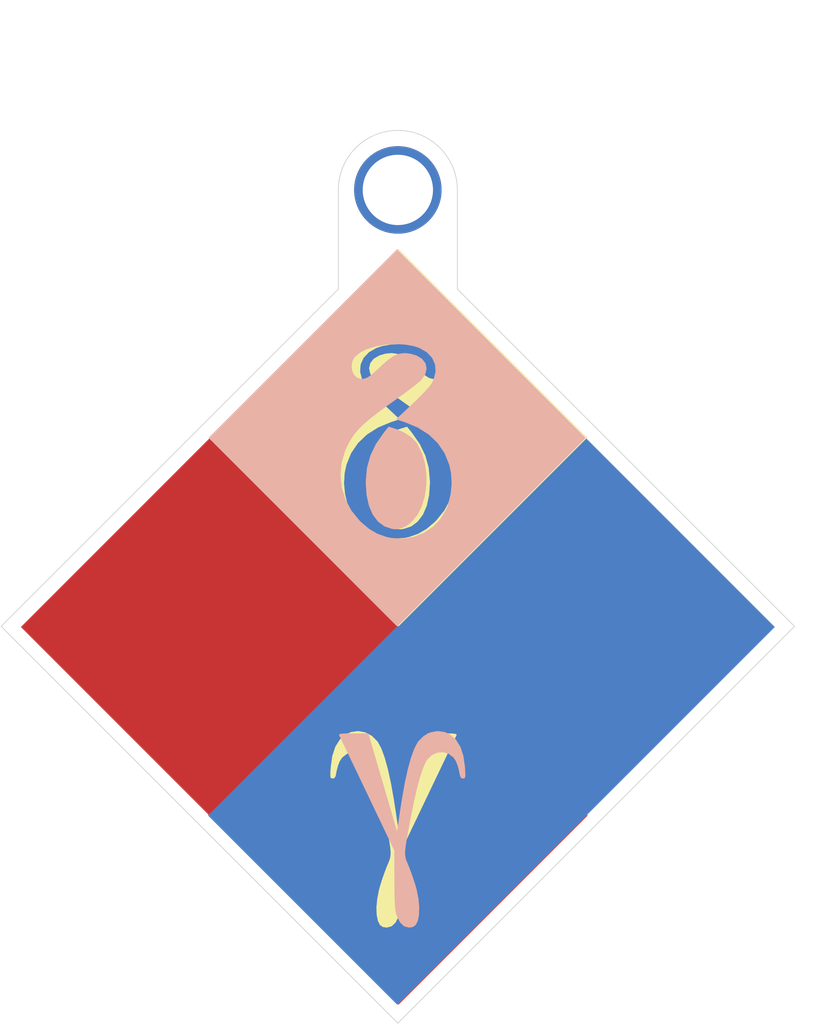
<source format=kicad_pcb>
(kicad_pcb (version 20171130) (host pcbnew "(5.1.5)-3")

  (general
    (thickness 1.6)
    (drawings 10)
    (tracks 0)
    (zones 0)
    (modules 7)
    (nets 1)
  )

  (page A4)
  (title_block
    (title "Diamond Keychain")
    (date 2019-12-18)
    (rev A)
    (company "Blacker Hovse Electrical Engineering")
    (comment 1 "BS EE 2020")
    (comment 2 "Ray Sun")
  )

  (layers
    (0 F.Cu signal)
    (31 B.Cu signal)
    (32 B.Adhes user hide)
    (33 F.Adhes user hide)
    (34 B.Paste user hide)
    (35 F.Paste user hide)
    (36 B.SilkS user)
    (37 F.SilkS user)
    (38 B.Mask user)
    (39 F.Mask user)
    (40 Dwgs.User user)
    (41 Cmts.User user)
    (42 Eco1.User user)
    (43 Eco2.User user)
    (44 Edge.Cuts user)
    (45 Margin user)
    (46 B.CrtYd user)
    (47 F.CrtYd user)
    (48 B.Fab user)
    (49 F.Fab user)
  )

  (setup
    (last_trace_width 0.25)
    (trace_clearance 0.2)
    (zone_clearance 0.508)
    (zone_45_only no)
    (trace_min 0.2)
    (via_size 0.8)
    (via_drill 0.4)
    (via_min_size 0.4)
    (via_min_drill 0.3)
    (uvia_size 0.3)
    (uvia_drill 0.1)
    (uvias_allowed no)
    (uvia_min_size 0.2)
    (uvia_min_drill 0.1)
    (edge_width 0.05)
    (segment_width 0.2)
    (pcb_text_width 0.3)
    (pcb_text_size 1.5 1.5)
    (mod_edge_width 0.12)
    (mod_text_size 1 1)
    (mod_text_width 0.15)
    (pad_size 5.6 5.6)
    (pad_drill 4.5)
    (pad_to_mask_clearance 0.051)
    (solder_mask_min_width 0.25)
    (aux_axis_origin 0 0)
    (visible_elements 7FFFFFFF)
    (pcbplotparams
      (layerselection 0x010f0_ffffffff)
      (usegerberextensions false)
      (usegerberattributes false)
      (usegerberadvancedattributes false)
      (creategerberjobfile false)
      (excludeedgelayer true)
      (linewidth 0.100000)
      (plotframeref false)
      (viasonmask false)
      (mode 1)
      (useauxorigin false)
      (hpglpennumber 1)
      (hpglpenspeed 20)
      (hpglpendiameter 15.000000)
      (psnegative false)
      (psa4output false)
      (plotreference true)
      (plotvalue true)
      (plotinvisibletext false)
      (padsonsilk false)
      (subtractmaskfromsilk false)
      (outputformat 1)
      (mirror false)
      (drillshape 0)
      (scaleselection 1)
      (outputdirectory "gerber/"))
  )

  (net 0 "")

  (net_class Default "This is the default net class."
    (clearance 0.2)
    (trace_width 0.25)
    (via_dia 0.8)
    (via_drill 0.4)
    (uvia_dia 0.3)
    (uvia_drill 0.1)
  )

  (module crest:blacker_diamond_300_cu (layer B.Cu) (tedit 0) (tstamp 5DFB0AC8)
    (at 0 -25.4 180)
    (fp_text reference G*** (at 0 0) (layer B.SilkS) hide
      (effects (font (size 1.524 1.524) (thickness 0.3)) (justify mirror))
    )
    (fp_text value LOGO (at 0.75 0) (layer B.SilkS) hide
      (effects (font (size 1.524 1.524) (thickness 0.3)) (justify mirror))
    )
    (fp_poly (pts (xy 6.074926 18.097409) (xy 12.107187 12.064706) (xy 0.042629 0.000148) (xy 6.096 -6.053666)
      (xy 12.14937 -12.107481) (xy 0.042148 -24.214703) (xy -24.13 -0.042111) (xy -12.043668 12.044)
      (xy 0.042665 24.130111) (xy 6.074926 18.097409)) (layer B.Cu) (width 0.01))
  )

  (module crest:blacker_diamond_300_cu (layer F.Cu) (tedit 0) (tstamp 5DFB0AB7)
    (at 0 -25.4)
    (fp_text reference G*** (at 0 0) (layer F.SilkS) hide
      (effects (font (size 1.524 1.524) (thickness 0.3)))
    )
    (fp_text value LOGO (at 0.75 0) (layer F.SilkS) hide
      (effects (font (size 1.524 1.524) (thickness 0.3)))
    )
    (fp_poly (pts (xy 6.074926 -18.097409) (xy 12.107187 -12.064706) (xy 0.042629 -0.000148) (xy 6.096 6.053666)
      (xy 12.14937 12.107481) (xy 0.042148 24.214703) (xy -24.13 0.042111) (xy -12.043668 -12.044)
      (xy 0.042665 -24.130111) (xy 6.074926 -18.097409)) (layer F.Cu) (width 0.01))
  )

  (module crest:blacker_diamond_300_silk (layer B.Cu) (tedit 0) (tstamp 5DFB0A76)
    (at 0 -25.4 180)
    (fp_text reference G*** (at 0 0) (layer B.SilkS) hide
      (effects (font (size 1.524 1.524) (thickness 0.3)) (justify mirror))
    )
    (fp_text value LOGO (at 0.75 0) (layer B.SilkS) hide
      (effects (font (size 1.524 1.524) (thickness 0.3)) (justify mirror))
    )
    (fp_poly (pts (xy 0.876006 12.420217) (xy 1.395841 11.679959) (xy 1.75789 10.930135) (xy 1.972609 10.141974)
      (xy 2.05045 9.286704) (xy 2.051104 9.186334) (xy 1.998861 8.400674) (xy 1.84783 7.71999)
      (xy 1.603573 7.154072) (xy 1.271647 6.712711) (xy 0.857613 6.405695) (xy 0.381 6.245195)
      (xy 0.172795 6.220963) (xy 0.042333 6.225697) (xy -0.097638 6.261153) (xy -0.280171 6.30313)
      (xy -0.474396 6.389508) (xy -0.720096 6.55549) (xy -0.882538 6.69175) (xy -1.253709 7.141777)
      (xy -1.534993 7.70454) (xy -1.724812 8.348296) (xy -1.821589 9.041299) (xy -1.823747 9.751804)
      (xy -1.72971 10.448066) (xy -1.5379 11.098341) (xy -1.246739 11.670882) (xy -1.137591 11.825618)
      (xy -0.841098 12.116796) (xy -0.430617 12.387574) (xy 0.039055 12.603976) (xy 0.210626 12.661591)
      (xy 0.588896 12.775433) (xy 0.876006 12.420217)) (layer B.SilkS) (width 0.01))
    (fp_poly (pts (xy 6.075055 18.09728) (xy 12.107334 12.064558) (xy 6.074612 6.032278) (xy 0.04189 -0.000001)
      (xy -5.990389 6.032721) (xy -9.112987 9.155548) (xy -3.449315 9.155548) (xy -3.381795 8.453765)
      (xy -3.216986 7.78876) (xy -3.096432 7.482531) (xy -2.725983 6.866014) (xy -2.241463 6.360702)
      (xy -1.664574 5.976614) (xy -1.01702 5.723768) (xy -0.320505 5.612184) (xy 0.403267 5.65188)
      (xy 0.723044 5.719403) (xy 1.303198 5.922054) (xy 1.826016 6.223727) (xy 2.337945 6.652705)
      (xy 2.469309 6.782789) (xy 2.984139 7.420449) (xy 3.359554 8.130796) (xy 3.591325 8.890334)
      (xy 3.675222 9.67557) (xy 3.607016 10.46301) (xy 3.382478 11.22916) (xy 3.302607 11.412081)
      (xy 3.128056 11.763319) (xy 2.943312 12.078717) (xy 2.731775 12.374404) (xy 2.476849 12.666506)
      (xy 2.161934 12.971149) (xy 1.770435 13.30446) (xy 1.285752 13.682566) (xy 0.691288 14.121594)
      (xy 0.016238 14.60518) (xy -0.41271 14.915249) (xy -0.809408 15.212347) (xy -1.146447 15.475146)
      (xy -1.396414 15.682321) (xy -1.524753 15.804126) (xy -1.76193 16.169713) (xy -1.83807 16.524418)
      (xy -1.761303 16.849923) (xy -1.539763 17.127915) (xy -1.181582 17.340078) (xy -0.793177 17.451792)
      (xy -0.409667 17.491315) (xy -0.064795 17.445814) (xy 0.27499 17.301216) (xy 0.64324 17.04345)
      (xy 1.05405 16.677071) (xy 1.420451 16.334361) (xy 1.697508 16.096694) (xy 1.912271 15.946122)
      (xy 2.091787 15.864697) (xy 2.263106 15.834472) (xy 2.326615 15.832667) (xy 2.600208 15.906041)
      (xy 2.806004 16.100015) (xy 2.932165 16.375367) (xy 2.96685 16.692876) (xy 2.898217 17.013321)
      (xy 2.755205 17.252354) (xy 2.425154 17.530468) (xy 1.967124 17.756696) (xy 1.415787 17.926246)
      (xy 0.805817 18.034327) (xy 0.171887 18.076147) (xy -0.45133 18.046915) (xy -1.02916 17.941838)
      (xy -1.380324 17.823845) (xy -1.859654 17.548169) (xy -2.196732 17.191146) (xy -2.385588 16.770293)
      (xy -2.420252 16.303127) (xy -2.294755 15.807165) (xy -2.159927 15.536334) (xy -2.030616 15.363142)
      (xy -1.801979 15.104464) (xy -1.500387 14.788281) (xy -1.152206 14.442574) (xy -0.926897 14.227924)
      (xy 0.108005 13.25818) (xy -0.432831 13.081768) (xy -1.270861 12.734697) (xy -1.979658 12.284333)
      (xy -2.55534 11.734928) (xy -2.994026 11.090732) (xy -3.291834 10.355998) (xy -3.409737 9.820915)
      (xy -3.449315 9.155548) (xy -9.112987 9.155548) (xy -12.022669 12.065443) (xy -5.989947 18.097723)
      (xy 0.042775 24.130001) (xy 6.075055 18.09728)) (layer B.SilkS) (width 0.01))
    (fp_poly (pts (xy -2.087821 -6.791062) (xy -1.665422 -7.013837) (xy -1.315886 -7.360895) (xy -1.278858 -7.412759)
      (xy -1.059645 -7.82184) (xy -0.847068 -8.399147) (xy -0.64138 -9.143693) (xy -0.442834 -10.054492)
      (xy -0.251683 -11.130557) (xy -0.142128 -11.844934) (xy 0.047733 -13.148869) (xy 0.969923 -10.003434)
      (xy 1.892113 -6.858) (xy 2.854035 -6.858) (xy 3.267845 -6.859872) (xy 3.538385 -6.868404)
      (xy 3.691704 -6.887964) (xy 3.75385 -6.922923) (xy 3.750873 -6.977651) (xy 3.737223 -7.006166)
      (xy 3.685659 -7.110764) (xy 3.568736 -7.352458) (xy 3.394004 -7.715508) (xy 3.169013 -8.184177)
      (xy 2.901311 -8.742726) (xy 2.598447 -9.375415) (xy 2.267972 -10.066507) (xy 1.940162 -10.752666)
      (xy 0.221834 -14.351) (xy 0.214654 -16.256) (xy 0.210496 -16.897428) (xy 0.20229 -17.394711)
      (xy 0.188278 -17.773021) (xy 0.166699 -18.057529) (xy 0.135796 -18.273409) (xy 0.093808 -18.445832)
      (xy 0.053391 -18.563324) (xy -0.150391 -18.959794) (xy -0.400431 -19.196413) (xy -0.704014 -19.278113)
      (xy -0.953651 -19.245415) (xy -1.143717 -19.112526) (xy -1.277002 -18.843513) (xy -1.351765 -18.462389)
      (xy -1.366263 -17.993167) (xy -1.318757 -17.459862) (xy -1.207504 -16.886488) (xy -1.142362 -16.642989)
      (xy -1.007109 -16.211398) (xy -0.846964 -15.751728) (xy -0.69281 -15.351869) (xy -0.667506 -15.291683)
      (xy -0.584977 -15.098205) (xy -0.521939 -14.932324) (xy -0.47967 -14.772218) (xy -0.459451 -14.596065)
      (xy -0.462561 -14.382041) (xy -0.490278 -14.108325) (xy -0.543883 -13.753094) (xy -0.624654 -13.294526)
      (xy -0.733872 -12.710798) (xy -0.856671 -12.065) (xy -1.049688 -11.114451) (xy -1.242668 -10.289437)
      (xy -1.432817 -9.599667) (xy -1.617341 -9.05485) (xy -1.793445 -8.664695) (xy -1.871417 -8.539045)
      (xy -2.169171 -8.243445) (xy -2.521892 -8.081346) (xy -2.893911 -8.05121) (xy -3.249558 -8.1515)
      (xy -3.553164 -8.380678) (xy -3.716439 -8.618565) (xy -3.83268 -8.910634) (xy -3.922647 -9.246931)
      (xy -3.93855 -9.336487) (xy -3.98955 -9.58592) (xy -4.059761 -9.706) (xy -4.170215 -9.736666)
      (xy -4.253671 -9.725845) (xy -4.301058 -9.670924) (xy -4.318463 -9.538214) (xy -4.311974 -9.294027)
      (xy -4.296438 -9.038166) (xy -4.195214 -8.302345) (xy -3.996584 -7.701408) (xy -3.701478 -7.236985)
      (xy -3.310826 -6.910707) (xy -3.004244 -6.772863) (xy -2.546342 -6.706195) (xy -2.087821 -6.791062)) (layer B.SilkS) (width 0.01))
  )

  (module crest:blacker_diamond_300_silk (layer F.Cu) (tedit 0) (tstamp 5DFB0A5D)
    (at 0 -25.4)
    (fp_text reference G*** (at 0 0) (layer F.SilkS) hide
      (effects (font (size 1.524 1.524) (thickness 0.3)))
    )
    (fp_text value LOGO (at 0.75 0) (layer F.SilkS) hide
      (effects (font (size 1.524 1.524) (thickness 0.3)))
    )
    (fp_poly (pts (xy 0.876006 -12.420217) (xy 1.395841 -11.679959) (xy 1.75789 -10.930135) (xy 1.972609 -10.141974)
      (xy 2.05045 -9.286704) (xy 2.051104 -9.186334) (xy 1.998861 -8.400674) (xy 1.84783 -7.71999)
      (xy 1.603573 -7.154072) (xy 1.271647 -6.712711) (xy 0.857613 -6.405695) (xy 0.381 -6.245195)
      (xy 0.172795 -6.220963) (xy 0.042333 -6.225697) (xy -0.097638 -6.261153) (xy -0.280171 -6.30313)
      (xy -0.474396 -6.389508) (xy -0.720096 -6.55549) (xy -0.882538 -6.69175) (xy -1.253709 -7.141777)
      (xy -1.534993 -7.70454) (xy -1.724812 -8.348296) (xy -1.821589 -9.041299) (xy -1.823747 -9.751804)
      (xy -1.72971 -10.448066) (xy -1.5379 -11.098341) (xy -1.246739 -11.670882) (xy -1.137591 -11.825618)
      (xy -0.841098 -12.116796) (xy -0.430617 -12.387574) (xy 0.039055 -12.603976) (xy 0.210626 -12.661591)
      (xy 0.588896 -12.775433) (xy 0.876006 -12.420217)) (layer F.SilkS) (width 0.01))
    (fp_poly (pts (xy 6.075055 -18.09728) (xy 12.107334 -12.064558) (xy 6.074612 -6.032278) (xy 0.04189 0.000001)
      (xy -5.990389 -6.032721) (xy -9.112987 -9.155548) (xy -3.449315 -9.155548) (xy -3.381795 -8.453765)
      (xy -3.216986 -7.78876) (xy -3.096432 -7.482531) (xy -2.725983 -6.866014) (xy -2.241463 -6.360702)
      (xy -1.664574 -5.976614) (xy -1.01702 -5.723768) (xy -0.320505 -5.612184) (xy 0.403267 -5.65188)
      (xy 0.723044 -5.719403) (xy 1.303198 -5.922054) (xy 1.826016 -6.223727) (xy 2.337945 -6.652705)
      (xy 2.469309 -6.782789) (xy 2.984139 -7.420449) (xy 3.359554 -8.130796) (xy 3.591325 -8.890334)
      (xy 3.675222 -9.67557) (xy 3.607016 -10.46301) (xy 3.382478 -11.22916) (xy 3.302607 -11.412081)
      (xy 3.128056 -11.763319) (xy 2.943312 -12.078717) (xy 2.731775 -12.374404) (xy 2.476849 -12.666506)
      (xy 2.161934 -12.971149) (xy 1.770435 -13.30446) (xy 1.285752 -13.682566) (xy 0.691288 -14.121594)
      (xy 0.016238 -14.60518) (xy -0.41271 -14.915249) (xy -0.809408 -15.212347) (xy -1.146447 -15.475146)
      (xy -1.396414 -15.682321) (xy -1.524753 -15.804126) (xy -1.76193 -16.169713) (xy -1.83807 -16.524418)
      (xy -1.761303 -16.849923) (xy -1.539763 -17.127915) (xy -1.181582 -17.340078) (xy -0.793177 -17.451792)
      (xy -0.409667 -17.491315) (xy -0.064795 -17.445814) (xy 0.27499 -17.301216) (xy 0.64324 -17.04345)
      (xy 1.05405 -16.677071) (xy 1.420451 -16.334361) (xy 1.697508 -16.096694) (xy 1.912271 -15.946122)
      (xy 2.091787 -15.864697) (xy 2.263106 -15.834472) (xy 2.326615 -15.832667) (xy 2.600208 -15.906041)
      (xy 2.806004 -16.100015) (xy 2.932165 -16.375367) (xy 2.96685 -16.692876) (xy 2.898217 -17.013321)
      (xy 2.755205 -17.252354) (xy 2.425154 -17.530468) (xy 1.967124 -17.756696) (xy 1.415787 -17.926246)
      (xy 0.805817 -18.034327) (xy 0.171887 -18.076147) (xy -0.45133 -18.046915) (xy -1.02916 -17.941838)
      (xy -1.380324 -17.823845) (xy -1.859654 -17.548169) (xy -2.196732 -17.191146) (xy -2.385588 -16.770293)
      (xy -2.420252 -16.303127) (xy -2.294755 -15.807165) (xy -2.159927 -15.536334) (xy -2.030616 -15.363142)
      (xy -1.801979 -15.104464) (xy -1.500387 -14.788281) (xy -1.152206 -14.442574) (xy -0.926897 -14.227924)
      (xy 0.108005 -13.25818) (xy -0.432831 -13.081768) (xy -1.270861 -12.734697) (xy -1.979658 -12.284333)
      (xy -2.55534 -11.734928) (xy -2.994026 -11.090732) (xy -3.291834 -10.355998) (xy -3.409737 -9.820915)
      (xy -3.449315 -9.155548) (xy -9.112987 -9.155548) (xy -12.022669 -12.065443) (xy -5.989947 -18.097723)
      (xy 0.042775 -24.130001) (xy 6.075055 -18.09728)) (layer F.SilkS) (width 0.01))
    (fp_poly (pts (xy -2.087821 6.791062) (xy -1.665422 7.013837) (xy -1.315886 7.360895) (xy -1.278858 7.412759)
      (xy -1.059645 7.82184) (xy -0.847068 8.399147) (xy -0.64138 9.143693) (xy -0.442834 10.054492)
      (xy -0.251683 11.130557) (xy -0.142128 11.844934) (xy 0.047733 13.148869) (xy 0.969923 10.003434)
      (xy 1.892113 6.858) (xy 2.854035 6.858) (xy 3.267845 6.859872) (xy 3.538385 6.868404)
      (xy 3.691704 6.887964) (xy 3.75385 6.922923) (xy 3.750873 6.977651) (xy 3.737223 7.006166)
      (xy 3.685659 7.110764) (xy 3.568736 7.352458) (xy 3.394004 7.715508) (xy 3.169013 8.184177)
      (xy 2.901311 8.742726) (xy 2.598447 9.375415) (xy 2.267972 10.066507) (xy 1.940162 10.752666)
      (xy 0.221834 14.351) (xy 0.214654 16.256) (xy 0.210496 16.897428) (xy 0.20229 17.394711)
      (xy 0.188278 17.773021) (xy 0.166699 18.057529) (xy 0.135796 18.273409) (xy 0.093808 18.445832)
      (xy 0.053391 18.563324) (xy -0.150391 18.959794) (xy -0.400431 19.196413) (xy -0.704014 19.278113)
      (xy -0.953651 19.245415) (xy -1.143717 19.112526) (xy -1.277002 18.843513) (xy -1.351765 18.462389)
      (xy -1.366263 17.993167) (xy -1.318757 17.459862) (xy -1.207504 16.886488) (xy -1.142362 16.642989)
      (xy -1.007109 16.211398) (xy -0.846964 15.751728) (xy -0.69281 15.351869) (xy -0.667506 15.291683)
      (xy -0.584977 15.098205) (xy -0.521939 14.932324) (xy -0.47967 14.772218) (xy -0.459451 14.596065)
      (xy -0.462561 14.382041) (xy -0.490278 14.108325) (xy -0.543883 13.753094) (xy -0.624654 13.294526)
      (xy -0.733872 12.710798) (xy -0.856671 12.065) (xy -1.049688 11.114451) (xy -1.242668 10.289437)
      (xy -1.432817 9.599667) (xy -1.617341 9.05485) (xy -1.793445 8.664695) (xy -1.871417 8.539045)
      (xy -2.169171 8.243445) (xy -2.521892 8.081346) (xy -2.893911 8.05121) (xy -3.249558 8.1515)
      (xy -3.553164 8.380678) (xy -3.716439 8.618565) (xy -3.83268 8.910634) (xy -3.922647 9.246931)
      (xy -3.93855 9.336487) (xy -3.98955 9.58592) (xy -4.059761 9.706) (xy -4.170215 9.736666)
      (xy -4.253671 9.725845) (xy -4.301058 9.670924) (xy -4.318463 9.538214) (xy -4.311974 9.294027)
      (xy -4.296438 9.038166) (xy -4.195214 8.302345) (xy -3.996584 7.701408) (xy -3.701478 7.236985)
      (xy -3.310826 6.910707) (xy -3.004244 6.772863) (xy -2.546342 6.706195) (xy -2.087821 6.791062)) (layer F.SilkS) (width 0.01))
  )

  (module crest:blacker_diamond_300_mask (layer B.Cu) (tedit 0) (tstamp 5DFB0A38)
    (at 0 -25.4 180)
    (fp_text reference G*** (at 0 0) (layer B.SilkS) hide
      (effects (font (size 1.524 1.524) (thickness 0.3)) (justify mirror))
    )
    (fp_text value LOGO (at 0.75 0) (layer B.SilkS) hide
      (effects (font (size 1.524 1.524) (thickness 0.3)) (justify mirror))
    )
    (fp_poly (pts (xy 12.727485 6.474005) (xy 13.141633 6.300784) (xy 13.476249 5.979228) (xy 13.533055 5.898451)
      (xy 13.630614 5.739967) (xy 13.695075 5.589632) (xy 13.733246 5.407548) (xy 13.751934 5.15382)
      (xy 13.757948 4.788551) (xy 13.758333 4.578184) (xy 13.753932 4.129506) (xy 13.736406 3.804478)
      (xy 13.69927 3.557545) (xy 13.636038 3.343153) (xy 13.554642 3.147408) (xy 13.428457 2.891481)
      (xy 13.329043 2.764312) (xy 13.227048 2.734897) (xy 13.173642 2.744974) (xy 12.987534 2.783308)
      (xy 12.712334 2.826587) (xy 12.554317 2.847432) (xy 12.203183 2.848609) (xy 11.927015 2.772646)
      (xy 11.745248 2.640261) (xy 11.677321 2.472176) (xy 11.74267 2.289111) (xy 11.899106 2.148961)
      (xy 12.062122 2.071748) (xy 12.274063 2.040176) (xy 12.586228 2.048382) (xy 12.701472 2.057251)
      (xy 13.288731 2.106485) (xy 13.542208 1.798973) (xy 13.840218 1.334271) (xy 14.080812 0.756487)
      (xy 14.251887 0.115698) (xy 14.341336 -0.538019) (xy 14.337053 -1.154587) (xy 14.308173 -1.369619)
      (xy 14.227657 -1.723814) (xy 14.120386 -2.071034) (xy 14.043569 -2.261112) (xy 13.739955 -2.718248)
      (xy 13.338986 -3.048099) (xy 12.865675 -3.240431) (xy 12.345036 -3.285006) (xy 11.811 -3.174767)
      (xy 11.552313 -3.039787) (xy 11.275401 -2.831282) (xy 11.150861 -2.711836) (xy 10.829389 -2.368707)
      (xy 10.854527 1.503814) (xy 10.860859 2.419849) (xy 10.867356 3.18222) (xy 10.874711 3.806594)
      (xy 10.883616 4.30864) (xy 10.894762 4.704027) (xy 10.908841 5.008421) (xy 10.926545 5.237491)
      (xy 10.948566 5.406906) (xy 10.975596 5.532333) (xy 11.008326 5.62944) (xy 11.039748 5.698613)
      (xy 11.326489 6.101326) (xy 11.714921 6.370481) (xy 12.192899 6.497879) (xy 12.228759 6.501223)
      (xy 12.727485 6.474005)) (layer B.Mask) (width 0.01))
    (fp_poly (pts (xy 18.161074 6.011112) (xy 24.214814 -0.042629) (xy 18.182019 -6.074981) (xy 12.149224 -12.107334)
      (xy 6.889289 -6.847014) (xy 9.255403 -6.847014) (xy 9.290502 -6.903644) (xy 9.406288 -6.931898)
      (xy 9.635138 -6.941618) (xy 9.89534 -6.942666) (xy 10.56524 -6.942666) (xy 10.663121 -6.4135)
      (xy 10.701182 -6.138366) (xy 10.739643 -5.73969) (xy 10.774854 -5.263212) (xy 10.803165 -4.754676)
      (xy 10.811877 -4.548945) (xy 10.862753 -3.213557) (xy 11.040543 -3.345248) (xy 11.565879 -3.633644)
      (xy 12.171136 -3.795278) (xy 12.819804 -3.82634) (xy 13.475375 -3.723025) (xy 13.768145 -3.629723)
      (xy 14.278323 -3.361761) (xy 14.761299 -2.966148) (xy 15.173318 -2.483759) (xy 15.402974 -2.102645)
      (xy 15.683181 -1.380397) (xy 15.81019 -0.66) (xy 15.788345 0.039821) (xy 15.621988 0.700341)
      (xy 15.315466 1.302835) (xy 14.873122 1.828579) (xy 14.406364 2.192972) (xy 14.00074 2.45326)
      (xy 14.437813 2.904513) (xy 14.807426 3.363869) (xy 15.0363 3.850983) (xy 15.141698 4.410012)
      (xy 15.153473 4.73525) (xy 15.07615 5.359298) (xy 14.855892 5.903351) (xy 14.503642 6.358094)
      (xy 14.030341 6.714214) (xy 13.44693 6.962397) (xy 12.764352 7.093329) (xy 12.361333 7.112)
      (xy 11.661849 7.048746) (xy 11.052255 6.853442) (xy 10.506847 6.517779) (xy 10.495445 6.508809)
      (xy 10.106389 6.120067) (xy 9.825011 5.644001) (xy 9.638987 5.055845) (xy 9.569094 4.647194)
      (xy 9.553773 4.445032) (xy 9.539278 4.091465) (xy 9.525892 3.604423) (xy 9.513897 3.001833)
      (xy 9.503574 2.301624) (xy 9.495206 1.521723) (xy 9.489074 0.680059) (xy 9.485462 -0.205439)
      (xy 9.484641 -0.719666) (xy 9.482849 -1.827678) (xy 9.478759 -2.781045) (xy 9.471843 -3.594444)
      (xy 9.461577 -4.282553) (xy 9.447434 -4.860052) (xy 9.42889 -5.341618) (xy 9.405418 -5.741929)
      (xy 9.376492 -6.075664) (xy 9.341588 -6.357501) (xy 9.300179 -6.602119) (xy 9.26861 -6.752166)
      (xy 9.255403 -6.847014) (xy 6.889289 -6.847014) (xy 6.095926 -6.053593) (xy 0.042629 0.000148)
      (xy 12.107333 12.064852) (xy 18.161074 6.011112)) (layer B.Mask) (width 0.01))
    (fp_poly (pts (xy 0.042185 0) (xy -12.065296 -12.107481) (xy -18.097649 -6.074686) (xy -24.130001 -0.04189)
      (xy -21.351791 2.736117) (xy -16.425334 2.736117) (xy -16.412403 2.502511) (xy -16.361301 2.394834)
      (xy -16.265614 2.370667) (xy -16.158998 2.408571) (xy -16.090031 2.547082) (xy -16.045883 2.770847)
      (xy -15.910743 3.300306) (xy -15.687306 3.692484) (xy -15.380149 3.942876) (xy -14.993851 4.046979)
      (xy -14.755032 4.040903) (xy -14.43913 3.965025) (xy -14.173406 3.803199) (xy -13.944557 3.537328)
      (xy -13.739281 3.14932) (xy -13.544276 2.62108) (xy -13.428848 2.237005) (xy -13.325736 1.836845)
      (xy -13.203851 1.305352) (xy -13.070461 0.678515) (xy -12.932836 -0.007682) (xy -12.798244 -0.717251)
      (xy -12.673956 -1.414206) (xy -12.592194 -1.905) (xy -12.483399 -2.582333) (xy -12.812083 -3.344333)
      (xy -13.11197 -4.105466) (xy -13.314328 -4.790559) (xy -13.430483 -5.45328) (xy -13.47176 -6.147298)
      (xy -13.469524 -6.459681) (xy -13.39773 -6.792593) (xy -13.223626 -7.033246) (xy -12.982857 -7.166618)
      (xy -12.711066 -7.177686) (xy -12.443898 -7.051427) (xy -12.329781 -6.940037) (xy -12.199521 -6.77039)
      (xy -12.098258 -6.592757) (xy -12.022332 -6.38365) (xy -11.968085 -6.11958) (xy -11.931859 -5.777059)
      (xy -11.909995 -5.332599) (xy -11.898833 -4.762711) (xy -11.894988 -4.148666) (xy -11.88937 -2.243666)
      (xy -10.463095 0.719667) (xy -10.128618 1.415147) (xy -9.80226 2.094766) (xy -9.494876 2.735845)
      (xy -9.217321 3.315707) (xy -8.980448 3.811675) (xy -8.795114 4.201069) (xy -8.672172 4.461213)
      (xy -8.66985 4.466167) (xy -8.30288 5.249334) (xy -10.206209 5.249334) (xy -11.041812 2.3495)
      (xy -11.23893 1.667876) (xy -11.424873 1.029536) (xy -11.593607 0.454841) (xy -11.739101 -0.035849)
      (xy -11.855322 -0.422172) (xy -11.936236 -0.683769) (xy -11.973215 -0.794047) (xy -12.00895 -0.862849)
      (xy -12.042956 -0.863818) (xy -12.07964 -0.779324) (xy -12.123404 -0.591742) (xy -12.178655 -0.283444)
      (xy -12.249796 0.163198) (xy -12.308278 0.546863) (xy -12.448966 1.413207) (xy -12.59865 2.215699)
      (xy -12.752496 2.933415) (xy -12.905671 3.545433) (xy -13.053339 4.030831) (xy -13.190668 4.368687)
      (xy -13.191811 4.370934) (xy -13.406984 4.696266) (xy -13.687235 4.989571) (xy -13.984783 5.207126)
      (xy -14.204387 5.297515) (xy -14.409945 5.345131) (xy -14.531076 5.376748) (xy -14.718679 5.378115)
      (xy -14.99209 5.320919) (xy -15.286467 5.223922) (xy -15.536971 5.105883) (xy -15.593711 5.069288)
      (xy -15.852969 4.798107) (xy -16.078983 4.395932) (xy -16.25851 3.899918) (xy -16.378308 3.347222)
      (xy -16.425131 2.774997) (xy -16.425334 2.736117) (xy -21.351791 2.736117) (xy -18.076261 6.011407)
      (xy -12.022519 12.064704) (xy 0.042185 0)) (layer B.Mask) (width 0.01))
  )

  (module crest:blacker_diamond_300_mask (layer F.Cu) (tedit 0) (tstamp 5DFB0A1F)
    (at 0 -25.4)
    (fp_text reference G*** (at 0 0) (layer F.SilkS) hide
      (effects (font (size 1.524 1.524) (thickness 0.3)))
    )
    (fp_text value LOGO (at 0.75 0) (layer F.SilkS) hide
      (effects (font (size 1.524 1.524) (thickness 0.3)))
    )
    (fp_poly (pts (xy 12.727485 -6.474005) (xy 13.141633 -6.300784) (xy 13.476249 -5.979228) (xy 13.533055 -5.898451)
      (xy 13.630614 -5.739967) (xy 13.695075 -5.589632) (xy 13.733246 -5.407548) (xy 13.751934 -5.15382)
      (xy 13.757948 -4.788551) (xy 13.758333 -4.578184) (xy 13.753932 -4.129506) (xy 13.736406 -3.804478)
      (xy 13.69927 -3.557545) (xy 13.636038 -3.343153) (xy 13.554642 -3.147408) (xy 13.428457 -2.891481)
      (xy 13.329043 -2.764312) (xy 13.227048 -2.734897) (xy 13.173642 -2.744974) (xy 12.987534 -2.783308)
      (xy 12.712334 -2.826587) (xy 12.554317 -2.847432) (xy 12.203183 -2.848609) (xy 11.927015 -2.772646)
      (xy 11.745248 -2.640261) (xy 11.677321 -2.472176) (xy 11.74267 -2.289111) (xy 11.899106 -2.148961)
      (xy 12.062122 -2.071748) (xy 12.274063 -2.040176) (xy 12.586228 -2.048382) (xy 12.701472 -2.057251)
      (xy 13.288731 -2.106485) (xy 13.542208 -1.798973) (xy 13.840218 -1.334271) (xy 14.080812 -0.756487)
      (xy 14.251887 -0.115698) (xy 14.341336 0.538019) (xy 14.337053 1.154587) (xy 14.308173 1.369619)
      (xy 14.227657 1.723814) (xy 14.120386 2.071034) (xy 14.043569 2.261112) (xy 13.739955 2.718248)
      (xy 13.338986 3.048099) (xy 12.865675 3.240431) (xy 12.345036 3.285006) (xy 11.811 3.174767)
      (xy 11.552313 3.039787) (xy 11.275401 2.831282) (xy 11.150861 2.711836) (xy 10.829389 2.368707)
      (xy 10.854527 -1.503814) (xy 10.860859 -2.419849) (xy 10.867356 -3.18222) (xy 10.874711 -3.806594)
      (xy 10.883616 -4.30864) (xy 10.894762 -4.704027) (xy 10.908841 -5.008421) (xy 10.926545 -5.237491)
      (xy 10.948566 -5.406906) (xy 10.975596 -5.532333) (xy 11.008326 -5.62944) (xy 11.039748 -5.698613)
      (xy 11.326489 -6.101326) (xy 11.714921 -6.370481) (xy 12.192899 -6.497879) (xy 12.228759 -6.501223)
      (xy 12.727485 -6.474005)) (layer F.Mask) (width 0.01))
    (fp_poly (pts (xy 18.161074 -6.011112) (xy 24.214814 0.042629) (xy 18.182019 6.074981) (xy 12.149224 12.107334)
      (xy 6.889289 6.847014) (xy 9.255403 6.847014) (xy 9.290502 6.903644) (xy 9.406288 6.931898)
      (xy 9.635138 6.941618) (xy 9.89534 6.942666) (xy 10.56524 6.942666) (xy 10.663121 6.4135)
      (xy 10.701182 6.138366) (xy 10.739643 5.73969) (xy 10.774854 5.263212) (xy 10.803165 4.754676)
      (xy 10.811877 4.548945) (xy 10.862753 3.213557) (xy 11.040543 3.345248) (xy 11.565879 3.633644)
      (xy 12.171136 3.795278) (xy 12.819804 3.82634) (xy 13.475375 3.723025) (xy 13.768145 3.629723)
      (xy 14.278323 3.361761) (xy 14.761299 2.966148) (xy 15.173318 2.483759) (xy 15.402974 2.102645)
      (xy 15.683181 1.380397) (xy 15.81019 0.66) (xy 15.788345 -0.039821) (xy 15.621988 -0.700341)
      (xy 15.315466 -1.302835) (xy 14.873122 -1.828579) (xy 14.406364 -2.192972) (xy 14.00074 -2.45326)
      (xy 14.437813 -2.904513) (xy 14.807426 -3.363869) (xy 15.0363 -3.850983) (xy 15.141698 -4.410012)
      (xy 15.153473 -4.73525) (xy 15.07615 -5.359298) (xy 14.855892 -5.903351) (xy 14.503642 -6.358094)
      (xy 14.030341 -6.714214) (xy 13.44693 -6.962397) (xy 12.764352 -7.093329) (xy 12.361333 -7.112)
      (xy 11.661849 -7.048746) (xy 11.052255 -6.853442) (xy 10.506847 -6.517779) (xy 10.495445 -6.508809)
      (xy 10.106389 -6.120067) (xy 9.825011 -5.644001) (xy 9.638987 -5.055845) (xy 9.569094 -4.647194)
      (xy 9.553773 -4.445032) (xy 9.539278 -4.091465) (xy 9.525892 -3.604423) (xy 9.513897 -3.001833)
      (xy 9.503574 -2.301624) (xy 9.495206 -1.521723) (xy 9.489074 -0.680059) (xy 9.485462 0.205439)
      (xy 9.484641 0.719666) (xy 9.482849 1.827678) (xy 9.478759 2.781045) (xy 9.471843 3.594444)
      (xy 9.461577 4.282553) (xy 9.447434 4.860052) (xy 9.42889 5.341618) (xy 9.405418 5.741929)
      (xy 9.376492 6.075664) (xy 9.341588 6.357501) (xy 9.300179 6.602119) (xy 9.26861 6.752166)
      (xy 9.255403 6.847014) (xy 6.889289 6.847014) (xy 6.095926 6.053593) (xy 0.042629 -0.000148)
      (xy 12.107333 -12.064852) (xy 18.161074 -6.011112)) (layer F.Mask) (width 0.01))
    (fp_poly (pts (xy 0.042185 0) (xy -12.065296 12.107481) (xy -18.097649 6.074686) (xy -24.130001 0.04189)
      (xy -21.351791 -2.736117) (xy -16.425334 -2.736117) (xy -16.412403 -2.502511) (xy -16.361301 -2.394834)
      (xy -16.265614 -2.370667) (xy -16.158998 -2.408571) (xy -16.090031 -2.547082) (xy -16.045883 -2.770847)
      (xy -15.910743 -3.300306) (xy -15.687306 -3.692484) (xy -15.380149 -3.942876) (xy -14.993851 -4.046979)
      (xy -14.755032 -4.040903) (xy -14.43913 -3.965025) (xy -14.173406 -3.803199) (xy -13.944557 -3.537328)
      (xy -13.739281 -3.14932) (xy -13.544276 -2.62108) (xy -13.428848 -2.237005) (xy -13.325736 -1.836845)
      (xy -13.203851 -1.305352) (xy -13.070461 -0.678515) (xy -12.932836 0.007682) (xy -12.798244 0.717251)
      (xy -12.673956 1.414206) (xy -12.592194 1.905) (xy -12.483399 2.582333) (xy -12.812083 3.344333)
      (xy -13.11197 4.105466) (xy -13.314328 4.790559) (xy -13.430483 5.45328) (xy -13.47176 6.147298)
      (xy -13.469524 6.459681) (xy -13.39773 6.792593) (xy -13.223626 7.033246) (xy -12.982857 7.166618)
      (xy -12.711066 7.177686) (xy -12.443898 7.051427) (xy -12.329781 6.940037) (xy -12.199521 6.77039)
      (xy -12.098258 6.592757) (xy -12.022332 6.38365) (xy -11.968085 6.11958) (xy -11.931859 5.777059)
      (xy -11.909995 5.332599) (xy -11.898833 4.762711) (xy -11.894988 4.148666) (xy -11.88937 2.243666)
      (xy -10.463095 -0.719667) (xy -10.128618 -1.415147) (xy -9.80226 -2.094766) (xy -9.494876 -2.735845)
      (xy -9.217321 -3.315707) (xy -8.980448 -3.811675) (xy -8.795114 -4.201069) (xy -8.672172 -4.461213)
      (xy -8.66985 -4.466167) (xy -8.30288 -5.249334) (xy -10.206209 -5.249334) (xy -11.041812 -2.3495)
      (xy -11.23893 -1.667876) (xy -11.424873 -1.029536) (xy -11.593607 -0.454841) (xy -11.739101 0.035849)
      (xy -11.855322 0.422172) (xy -11.936236 0.683769) (xy -11.973215 0.794047) (xy -12.00895 0.862849)
      (xy -12.042956 0.863818) (xy -12.07964 0.779324) (xy -12.123404 0.591742) (xy -12.178655 0.283444)
      (xy -12.249796 -0.163198) (xy -12.308278 -0.546863) (xy -12.448966 -1.413207) (xy -12.59865 -2.215699)
      (xy -12.752496 -2.933415) (xy -12.905671 -3.545433) (xy -13.053339 -4.030831) (xy -13.190668 -4.368687)
      (xy -13.191811 -4.370934) (xy -13.406984 -4.696266) (xy -13.687235 -4.989571) (xy -13.984783 -5.207126)
      (xy -14.204387 -5.297515) (xy -14.409945 -5.345131) (xy -14.531076 -5.376748) (xy -14.718679 -5.378115)
      (xy -14.99209 -5.320919) (xy -15.286467 -5.223922) (xy -15.536971 -5.105883) (xy -15.593711 -5.069288)
      (xy -15.852969 -4.798107) (xy -16.078983 -4.395932) (xy -16.25851 -3.899918) (xy -16.378308 -3.347222)
      (xy -16.425131 -2.774997) (xy -16.425334 -2.736117) (xy -21.351791 -2.736117) (xy -18.076261 -6.011407)
      (xy -12.022519 -12.064704) (xy 0.042185 0)) (layer F.Mask) (width 0.01))
  )

  (module MountingHole:MountingHole_4.5mm_Pad (layer F.Cu) (tedit 5DFAB43B) (tstamp 5DFB07C1)
    (at 0 -53.34)
    (descr "Mounting Hole 4.5mm")
    (tags "mounting hole 4.5mm")
    (attr virtual)
    (fp_text reference REF** (at 0 -5.5) (layer F.SilkS) hide
      (effects (font (size 1 1) (thickness 0.15)))
    )
    (fp_text value MountingHole_4.5mm_Pad (at 0 5.5) (layer F.Fab) hide
      (effects (font (size 1 1) (thickness 0.15)))
    )
    (fp_circle (center 0 0) (end 4.75 0) (layer F.CrtYd) (width 0.05))
    (fp_circle (center 0 0) (end 4.5 0) (layer Cmts.User) (width 0.15))
    (fp_text user %R (at 0.3 0) (layer F.Fab)
      (effects (font (size 1 1) (thickness 0.15)))
    )
    (pad 1 thru_hole circle (at 0 0) (size 5.6 5.6) (drill 4.5) (layers *.Cu *.Mask))
  )

  (dimension 5.08 (width 0.15) (layer Dwgs.User)
    (gr_text "5.080 mm" (at -2.54 -64.8) (layer Dwgs.User)
      (effects (font (size 1 1) (thickness 0.15)))
    )
    (feature1 (pts (xy 0 -60.96) (xy 0 -64.086421)))
    (feature2 (pts (xy -5.08 -60.96) (xy -5.08 -64.086421)))
    (crossbar (pts (xy -5.08 -63.5) (xy 0 -63.5)))
    (arrow1a (pts (xy 0 -63.5) (xy -1.126504 -62.913579)))
    (arrow1b (pts (xy 0 -63.5) (xy -1.126504 -64.086421)))
    (arrow2a (pts (xy -5.08 -63.5) (xy -3.953496 -62.913579)))
    (arrow2b (pts (xy -5.08 -63.5) (xy -3.953496 -64.086421)))
  )
  (gr_line (start -25.4 0) (end -25.4 -60.96) (layer Dwgs.User) (width 0.15))
  (gr_line (start -25.4 0) (end 27.94 0) (layer Dwgs.User) (width 0.15))
  (gr_arc (start 0 -53.34) (end 3.81 -53.34) (angle -180) (layer Edge.Cuts) (width 0.05))
  (gr_line (start 3.81 -46.99) (end 3.81 -53.34) (layer Edge.Cuts) (width 0.05) (tstamp 5DFB0AD7))
  (gr_line (start -3.81 -53.34) (end -3.81 -46.99) (layer Edge.Cuts) (width 0.05) (tstamp 5DFB0AD6))
  (gr_line (start 25.4 -25.4) (end 0 0) (layer Edge.Cuts) (width 0.05) (tstamp 5DFB08B0))
  (gr_line (start 3.81 -46.99) (end 25.4 -25.4) (layer Edge.Cuts) (width 0.05))
  (gr_line (start -25.4 -25.4) (end -3.81 -46.99) (layer Edge.Cuts) (width 0.05))
  (gr_line (start 0 0) (end -25.4 -25.4) (layer Edge.Cuts) (width 0.05))

)

</source>
